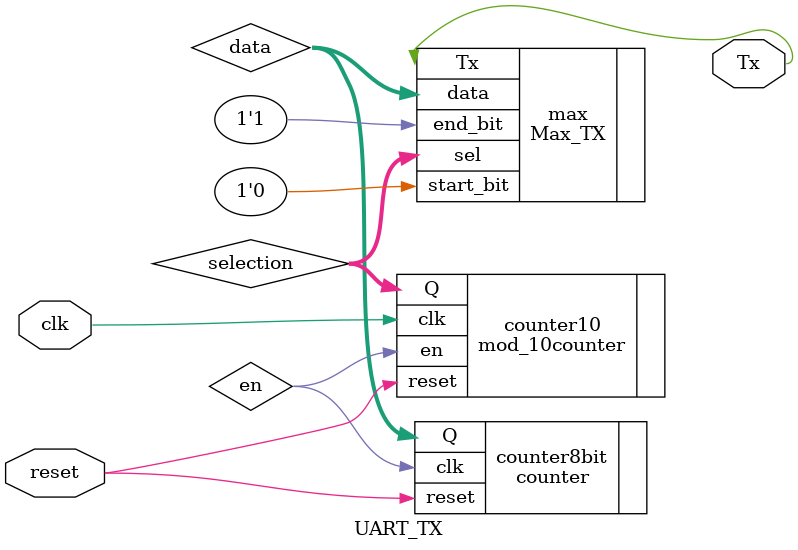
<source format=v>
`timescale 1ns / 1ps


module UART_TX(
    input clk,
    input reset,
    output Tx
    );
    
    wire [7:0] data;
    wire en;
    wire [3:0] selection;
    
    Max_TX max(
    .start_bit(1'b0),
    .data(data),
    .end_bit(1'b1),
    .sel(selection),
    .Tx(Tx)
    );
    
    mod_10counter counter10(
    .clk(clk),
    .reset(reset),
    .Q(selection),
    .en(en)
    );
    
    counter counter8bit(
    .clk(en),
    .reset(reset),
    .Q(data)
    );
  
endmodule

</source>
